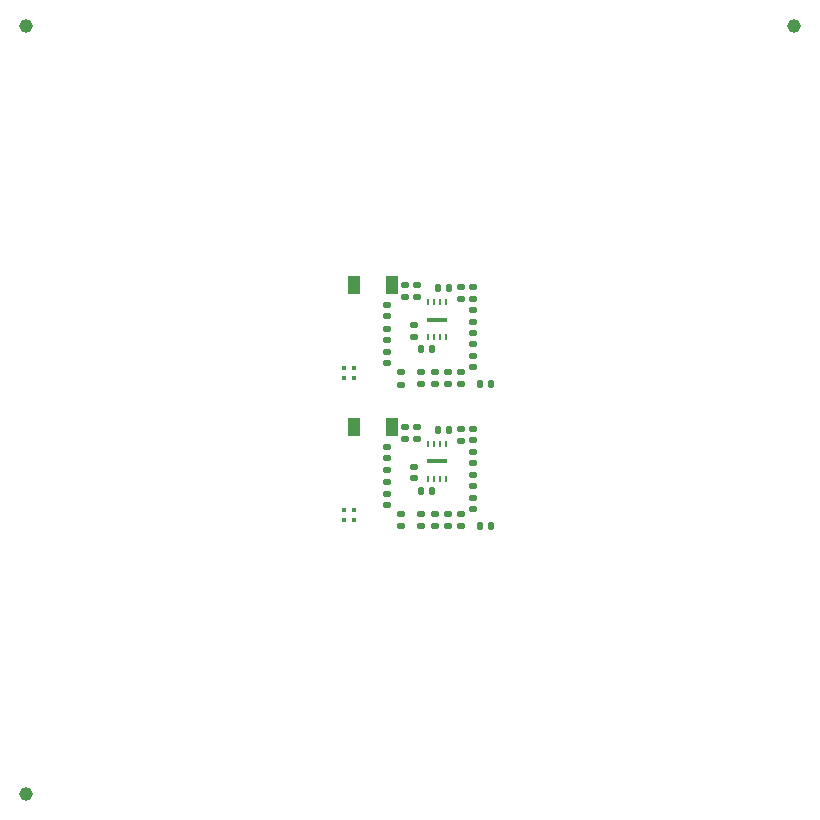
<source format=gbp>
G04 #@! TF.GenerationSoftware,KiCad,Pcbnew,7.0.2-6a45011f42~172~ubuntu22.04.1*
G04 #@! TF.CreationDate,2023-05-27T08:42:39+08:00*
G04 #@! TF.ProjectId,panel_2_1,70616e65-6c5f-4325-9f31-2e6b69636164,rev?*
G04 #@! TF.SameCoordinates,Original*
G04 #@! TF.FileFunction,Paste,Bot*
G04 #@! TF.FilePolarity,Positive*
%FSLAX46Y46*%
G04 Gerber Fmt 4.6, Leading zero omitted, Abs format (unit mm)*
G04 Created by KiCad (PCBNEW 7.0.2-6a45011f42~172~ubuntu22.04.1) date 2023-05-27 08:42:39*
%MOMM*%
%LPD*%
G01*
G04 APERTURE LIST*
G04 Aperture macros list*
%AMRoundRect*
0 Rectangle with rounded corners*
0 $1 Rounding radius*
0 $2 $3 $4 $5 $6 $7 $8 $9 X,Y pos of 4 corners*
0 Add a 4 corners polygon primitive as box body*
4,1,4,$2,$3,$4,$5,$6,$7,$8,$9,$2,$3,0*
0 Add four circle primitives for the rounded corners*
1,1,$1+$1,$2,$3*
1,1,$1+$1,$4,$5*
1,1,$1+$1,$6,$7*
1,1,$1+$1,$8,$9*
0 Add four rect primitives between the rounded corners*
20,1,$1+$1,$2,$3,$4,$5,0*
20,1,$1+$1,$4,$5,$6,$7,0*
20,1,$1+$1,$6,$7,$8,$9,0*
20,1,$1+$1,$8,$9,$2,$3,0*%
G04 Aperture macros list end*
%ADD10C,1.152000*%
%ADD11R,0.450000X0.450000*%
%ADD12RoundRect,0.135000X-0.185000X0.135000X-0.185000X-0.135000X0.185000X-0.135000X0.185000X0.135000X0*%
%ADD13RoundRect,0.140000X-0.170000X0.140000X-0.170000X-0.140000X0.170000X-0.140000X0.170000X0.140000X0*%
%ADD14RoundRect,0.140000X-0.140000X-0.170000X0.140000X-0.170000X0.140000X0.170000X-0.140000X0.170000X0*%
%ADD15RoundRect,0.140000X0.140000X0.170000X-0.140000X0.170000X-0.140000X-0.170000X0.140000X-0.170000X0*%
%ADD16RoundRect,0.140000X0.170000X-0.140000X0.170000X0.140000X-0.170000X0.140000X-0.170000X-0.140000X0*%
%ADD17RoundRect,0.135000X0.185000X-0.135000X0.185000X0.135000X-0.185000X0.135000X-0.185000X-0.135000X0*%
%ADD18R,0.280000X0.600000*%
%ADD19R,1.700000X0.300000*%
%ADD20R,1.000000X1.524000*%
G04 APERTURE END LIST*
D10*
G04 #@! TO.C,REF\u002A\u002A*
X2500000Y-67500000D03*
G04 #@! TD*
G04 #@! TO.C,REF\u002A\u002A*
X67500000Y-2500000D03*
G04 #@! TD*
G04 #@! TO.C,REF\u002A\u002A*
X2500000Y-2500000D03*
G04 #@! TD*
D11*
G04 #@! TO.C,U5*
X29405000Y-31495000D03*
X29405000Y-32345000D03*
X30255000Y-31495000D03*
X30255000Y-32345000D03*
G04 #@! TD*
D12*
G04 #@! TO.C,R11*
X39310000Y-43830000D03*
X39310000Y-44850000D03*
G04 #@! TD*
D13*
G04 #@! TO.C,C4*
X33070000Y-30120000D03*
X33070000Y-31080000D03*
G04 #@! TD*
D12*
G04 #@! TO.C,R8*
X35940000Y-31830000D03*
X35940000Y-32850000D03*
G04 #@! TD*
D14*
G04 #@! TO.C,C12*
X37330000Y-24680000D03*
X38290000Y-24680000D03*
G04 #@! TD*
D12*
G04 #@! TO.C,R9*
X37070000Y-31830000D03*
X37070000Y-32850000D03*
G04 #@! TD*
D15*
G04 #@! TO.C,C6*
X41860000Y-44850000D03*
X40900000Y-44850000D03*
G04 #@! TD*
D16*
G04 #@! TO.C,C8*
X40340000Y-31395000D03*
X40340000Y-30435000D03*
G04 #@! TD*
D12*
G04 #@! TO.C,R5*
X34590000Y-36455000D03*
X34590000Y-37475000D03*
G04 #@! TD*
D13*
G04 #@! TO.C,C4*
X33070000Y-42120000D03*
X33070000Y-43080000D03*
G04 #@! TD*
G04 #@! TO.C,C13*
X33070000Y-26130000D03*
X33070000Y-27090000D03*
G04 #@! TD*
D12*
G04 #@! TO.C,R8*
X35940000Y-43830000D03*
X35940000Y-44850000D03*
G04 #@! TD*
G04 #@! TO.C,R9*
X37070000Y-43830000D03*
X37070000Y-44850000D03*
G04 #@! TD*
G04 #@! TO.C,R10*
X38180000Y-31830000D03*
X38180000Y-32850000D03*
G04 #@! TD*
G04 #@! TO.C,R11*
X39310000Y-31830000D03*
X39310000Y-32850000D03*
G04 #@! TD*
G04 #@! TO.C,R5*
X34590000Y-24455000D03*
X34590000Y-25475000D03*
G04 #@! TD*
G04 #@! TO.C,R6*
X35615000Y-24455000D03*
X35615000Y-25475000D03*
G04 #@! TD*
D16*
G04 #@! TO.C,C10*
X40340000Y-39525000D03*
X40340000Y-38565000D03*
G04 #@! TD*
D17*
G04 #@! TO.C,R2*
X34180000Y-44860000D03*
X34180000Y-43840000D03*
G04 #@! TD*
D16*
G04 #@! TO.C,C5*
X40340000Y-29460000D03*
X40340000Y-28500000D03*
G04 #@! TD*
D13*
G04 #@! TO.C,C11*
X40340000Y-36630000D03*
X40340000Y-37590000D03*
G04 #@! TD*
G04 #@! TO.C,C9*
X39310000Y-24640000D03*
X39310000Y-25600000D03*
G04 #@! TD*
D12*
G04 #@! TO.C,R6*
X35615000Y-36455000D03*
X35615000Y-37475000D03*
G04 #@! TD*
D14*
G04 #@! TO.C,C12*
X37330000Y-36680000D03*
X38290000Y-36680000D03*
G04 #@! TD*
D13*
G04 #@! TO.C,C11*
X40340000Y-24630000D03*
X40340000Y-25590000D03*
G04 #@! TD*
D15*
G04 #@! TO.C,C2*
X36880000Y-29880000D03*
X35920000Y-29880000D03*
G04 #@! TD*
D16*
G04 #@! TO.C,C8*
X40340000Y-43395000D03*
X40340000Y-42435000D03*
G04 #@! TD*
G04 #@! TO.C,C7*
X33070000Y-41085000D03*
X33070000Y-40125000D03*
G04 #@! TD*
G04 #@! TO.C,C14*
X35340000Y-28810000D03*
X35340000Y-27850000D03*
G04 #@! TD*
D11*
G04 #@! TO.C,U5*
X29405000Y-43495000D03*
X29405000Y-44345000D03*
X30255000Y-43495000D03*
X30255000Y-44345000D03*
G04 #@! TD*
D13*
G04 #@! TO.C,C13*
X33070000Y-38130000D03*
X33070000Y-39090000D03*
G04 #@! TD*
D18*
G04 #@! TO.C,U2*
X36540000Y-37861000D03*
X37040000Y-37861000D03*
X37540000Y-37861000D03*
X38040000Y-37861000D03*
X38040000Y-40875000D03*
X37540000Y-40875000D03*
X37040000Y-40875000D03*
X36540000Y-40875000D03*
D19*
X37290000Y-39368000D03*
G04 #@! TD*
D16*
G04 #@! TO.C,C14*
X35340000Y-40810000D03*
X35340000Y-39850000D03*
G04 #@! TD*
G04 #@! TO.C,C10*
X40340000Y-27525000D03*
X40340000Y-26565000D03*
G04 #@! TD*
D18*
G04 #@! TO.C,U2*
X36540000Y-25861000D03*
X37040000Y-25861000D03*
X37540000Y-25861000D03*
X38040000Y-25861000D03*
X38040000Y-28875000D03*
X37540000Y-28875000D03*
X37040000Y-28875000D03*
X36540000Y-28875000D03*
D19*
X37290000Y-27368000D03*
G04 #@! TD*
D15*
G04 #@! TO.C,C2*
X36880000Y-41880000D03*
X35920000Y-41880000D03*
G04 #@! TD*
D12*
G04 #@! TO.C,R10*
X38180000Y-43830000D03*
X38180000Y-44850000D03*
G04 #@! TD*
D16*
G04 #@! TO.C,C5*
X40340000Y-41460000D03*
X40340000Y-40500000D03*
G04 #@! TD*
G04 #@! TO.C,C7*
X33070000Y-29085000D03*
X33070000Y-28125000D03*
G04 #@! TD*
D20*
G04 #@! TO.C,SW1*
X33470000Y-24455000D03*
X30270000Y-24455000D03*
G04 #@! TD*
G04 #@! TO.C,SW1*
X33470000Y-36455000D03*
X30270000Y-36455000D03*
G04 #@! TD*
D17*
G04 #@! TO.C,R2*
X34180000Y-32860000D03*
X34180000Y-31840000D03*
G04 #@! TD*
D15*
G04 #@! TO.C,C6*
X41860000Y-32850000D03*
X40900000Y-32850000D03*
G04 #@! TD*
D13*
G04 #@! TO.C,C9*
X39310000Y-36640000D03*
X39310000Y-37600000D03*
G04 #@! TD*
M02*

</source>
